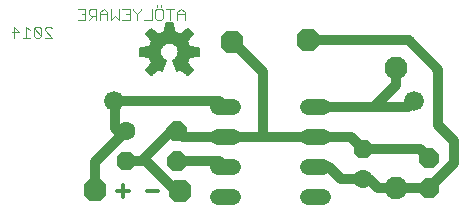
<source format=gbl>
G75*
%MOIN*%
%OFA0B0*%
%FSLAX25Y25*%
%IPPOS*%
%LPD*%
%AMOC8*
5,1,8,0,0,1.08239X$1,22.5*
%
%ADD10C,0.00300*%
%ADD11C,0.07600*%
%ADD12C,0.05200*%
%ADD13OC8,0.06600*%
%ADD14C,0.06600*%
%ADD15OC8,0.06300*%
%ADD16C,0.06300*%
%ADD17OC8,0.07600*%
%ADD18C,0.00591*%
%ADD19C,0.02000*%
%ADD20C,0.03200*%
%ADD21C,0.01200*%
D10*
X0062685Y0059450D02*
X0062685Y0063153D01*
X0064536Y0061302D01*
X0062067Y0061302D01*
X0066985Y0063153D02*
X0068219Y0061919D01*
X0069434Y0062536D02*
X0070051Y0063153D01*
X0071285Y0063153D01*
X0071902Y0062536D01*
X0071902Y0060067D01*
X0069434Y0062536D01*
X0069434Y0060067D01*
X0070051Y0059450D01*
X0071285Y0059450D01*
X0071902Y0060067D01*
X0073117Y0059450D02*
X0075586Y0059450D01*
X0073117Y0061919D01*
X0073117Y0062536D01*
X0073734Y0063153D01*
X0074968Y0063153D01*
X0075586Y0062536D01*
X0066985Y0063153D02*
X0066985Y0059450D01*
X0068219Y0059450D02*
X0065751Y0059450D01*
X0084166Y0065450D02*
X0086635Y0065450D01*
X0086635Y0069153D01*
X0084166Y0069153D01*
X0085401Y0067302D02*
X0086635Y0067302D01*
X0087849Y0067302D02*
X0088467Y0066684D01*
X0090318Y0066684D01*
X0090318Y0065450D02*
X0090318Y0069153D01*
X0088467Y0069153D01*
X0087849Y0068536D01*
X0087849Y0067302D01*
X0089084Y0066684D02*
X0087849Y0065450D01*
X0091533Y0065450D02*
X0091533Y0067919D01*
X0092767Y0069153D01*
X0094001Y0067919D01*
X0094001Y0065450D01*
X0095216Y0065450D02*
X0096450Y0066684D01*
X0097684Y0065450D01*
X0097684Y0069153D01*
X0098899Y0069153D02*
X0101368Y0069153D01*
X0101368Y0065450D01*
X0098899Y0065450D01*
X0095216Y0065450D02*
X0095216Y0069153D01*
X0094001Y0067302D02*
X0091533Y0067302D01*
X0100133Y0067302D02*
X0101368Y0067302D01*
X0102582Y0068536D02*
X0102582Y0069153D01*
X0102582Y0068536D02*
X0103816Y0067302D01*
X0103816Y0065450D01*
X0106265Y0065450D02*
X0108734Y0065450D01*
X0108734Y0069153D01*
X0109948Y0068536D02*
X0110565Y0069153D01*
X0111800Y0069153D01*
X0112417Y0068536D01*
X0112417Y0066067D01*
X0111800Y0065450D01*
X0110565Y0065450D01*
X0109948Y0066067D01*
X0109948Y0068536D01*
X0110565Y0069770D02*
X0110565Y0070388D01*
X0111800Y0070388D02*
X0111800Y0069770D01*
X0113631Y0069153D02*
X0116100Y0069153D01*
X0114866Y0069153D02*
X0114866Y0065450D01*
X0117315Y0065450D02*
X0117315Y0067919D01*
X0118549Y0069153D01*
X0119783Y0067919D01*
X0119783Y0065450D01*
X0119783Y0067302D02*
X0117315Y0067302D01*
X0105051Y0068536D02*
X0103816Y0067302D01*
X0105051Y0068536D02*
X0105051Y0069153D01*
D11*
X0190333Y0049300D03*
X0190333Y0009300D03*
D12*
X0165933Y0006300D02*
X0160733Y0006300D01*
X0135933Y0006300D02*
X0130733Y0006300D01*
X0130733Y0016300D02*
X0135933Y0016300D01*
X0160733Y0016300D02*
X0165933Y0016300D01*
X0165933Y0026300D02*
X0160733Y0026300D01*
X0135933Y0026300D02*
X0130733Y0026300D01*
X0130733Y0036300D02*
X0135933Y0036300D01*
X0160733Y0036300D02*
X0165933Y0036300D01*
D13*
X0117333Y0028300D03*
X0117333Y0018300D03*
X0201333Y0019300D03*
X0201333Y0009300D03*
D14*
X0196333Y0038300D03*
X0096333Y0038300D03*
D15*
X0100333Y0018300D03*
X0179333Y0022300D03*
D16*
X0179333Y0012300D03*
X0100333Y0028300D03*
D17*
X0089933Y0008800D03*
X0118233Y0008500D03*
X0135533Y0057900D03*
X0160833Y0058600D03*
D18*
X0124403Y0055900D02*
X0124403Y0053500D01*
X0121227Y0053178D01*
X0120885Y0052111D01*
X0120372Y0051114D01*
X0122389Y0048640D01*
X0120693Y0046944D01*
X0118219Y0048961D01*
X0117223Y0048448D01*
X0115810Y0051858D01*
X0116366Y0052159D01*
X0116849Y0052566D01*
X0117238Y0053064D01*
X0117517Y0053630D01*
X0117675Y0054242D01*
X0117704Y0054873D01*
X0117604Y0055496D01*
X0117379Y0056086D01*
X0117038Y0056618D01*
X0116596Y0057069D01*
X0116070Y0057420D01*
X0115485Y0057656D01*
X0114863Y0057767D01*
X0114232Y0057750D01*
X0113617Y0057603D01*
X0113046Y0057335D01*
X0112541Y0056955D01*
X0112125Y0056480D01*
X0111814Y0055930D01*
X0111622Y0055328D01*
X0111557Y0054700D01*
X0111616Y0054100D01*
X0111791Y0053523D01*
X0112076Y0052991D01*
X0112458Y0052525D01*
X0112924Y0052142D01*
X0113456Y0051858D01*
X0112044Y0048448D01*
X0111048Y0048961D01*
X0108573Y0046944D01*
X0106877Y0048640D01*
X0108895Y0051114D01*
X0108382Y0052111D01*
X0108040Y0053178D01*
X0104864Y0053500D01*
X0104864Y0055900D01*
X0108040Y0056222D01*
X0108382Y0057289D01*
X0108895Y0058286D01*
X0106877Y0060760D01*
X0108573Y0062456D01*
X0111048Y0060439D01*
X0112044Y0060952D01*
X0113111Y0061293D01*
X0113434Y0064469D01*
X0115833Y0064469D01*
X0116155Y0061293D01*
X0117223Y0060952D01*
X0118219Y0060439D01*
X0120693Y0062456D01*
X0122389Y0060760D01*
X0120372Y0058286D01*
X0120885Y0057289D01*
X0121227Y0056222D01*
X0124403Y0055900D01*
X0124403Y0055405D02*
X0117619Y0055405D01*
X0117702Y0054816D02*
X0124403Y0054816D01*
X0124403Y0054227D02*
X0117671Y0054227D01*
X0117519Y0053637D02*
X0124403Y0053637D01*
X0121185Y0053048D02*
X0117226Y0053048D01*
X0116722Y0052459D02*
X0120997Y0052459D01*
X0120761Y0051870D02*
X0115833Y0051870D01*
X0116050Y0051281D02*
X0120458Y0051281D01*
X0120716Y0050692D02*
X0116294Y0050692D01*
X0116538Y0050103D02*
X0121196Y0050103D01*
X0121677Y0049514D02*
X0116782Y0049514D01*
X0117026Y0048925D02*
X0118148Y0048925D01*
X0118264Y0048925D02*
X0122157Y0048925D01*
X0122085Y0048336D02*
X0118986Y0048336D01*
X0119709Y0047747D02*
X0121496Y0047747D01*
X0120907Y0047158D02*
X0120431Y0047158D01*
X0112729Y0050103D02*
X0108070Y0050103D01*
X0107590Y0049514D02*
X0112485Y0049514D01*
X0112241Y0048925D02*
X0111118Y0048925D01*
X0111003Y0048925D02*
X0107110Y0048925D01*
X0107182Y0048336D02*
X0110280Y0048336D01*
X0109558Y0047747D02*
X0107771Y0047747D01*
X0108360Y0047158D02*
X0108836Y0047158D01*
X0108551Y0050692D02*
X0112973Y0050692D01*
X0113217Y0051281D02*
X0108809Y0051281D01*
X0108505Y0051870D02*
X0113434Y0051870D01*
X0112538Y0052459D02*
X0108270Y0052459D01*
X0108081Y0053048D02*
X0112045Y0053048D01*
X0111757Y0053637D02*
X0104864Y0053637D01*
X0104864Y0054227D02*
X0111604Y0054227D01*
X0111569Y0054816D02*
X0104864Y0054816D01*
X0104864Y0055405D02*
X0111647Y0055405D01*
X0111850Y0055994D02*
X0105791Y0055994D01*
X0108155Y0056583D02*
X0112215Y0056583D01*
X0112830Y0057172D02*
X0108344Y0057172D01*
X0108624Y0057761D02*
X0114636Y0057761D01*
X0114899Y0057761D02*
X0120642Y0057761D01*
X0120424Y0058350D02*
X0108842Y0058350D01*
X0108362Y0058939D02*
X0120905Y0058939D01*
X0121385Y0059528D02*
X0107882Y0059528D01*
X0107401Y0060117D02*
X0121865Y0060117D01*
X0122346Y0060706D02*
X0118547Y0060706D01*
X0117699Y0060706D02*
X0111567Y0060706D01*
X0110719Y0060706D02*
X0106921Y0060706D01*
X0107413Y0061295D02*
X0109997Y0061295D01*
X0109274Y0061884D02*
X0108002Y0061884D01*
X0113111Y0061295D02*
X0116155Y0061295D01*
X0116095Y0061884D02*
X0113171Y0061884D01*
X0113231Y0062473D02*
X0116036Y0062473D01*
X0115976Y0063062D02*
X0113291Y0063062D01*
X0113351Y0063652D02*
X0115916Y0063652D01*
X0115856Y0064241D02*
X0113411Y0064241D01*
X0119270Y0061295D02*
X0121854Y0061295D01*
X0121265Y0061884D02*
X0119992Y0061884D01*
X0120923Y0057172D02*
X0116441Y0057172D01*
X0117061Y0056583D02*
X0121111Y0056583D01*
X0123475Y0055994D02*
X0117414Y0055994D01*
D19*
X0117333Y0029300D02*
X0116333Y0028300D01*
X0117333Y0028300D01*
X0117333Y0029300D01*
D20*
X0117333Y0028300D02*
X0119333Y0026300D01*
X0133333Y0026300D01*
X0145433Y0026300D01*
X0145733Y0026600D01*
X0145733Y0048000D01*
X0135833Y0057900D01*
X0135533Y0057900D01*
X0160833Y0058600D02*
X0194433Y0058600D01*
X0204233Y0048800D01*
X0204233Y0030400D01*
X0209633Y0025000D01*
X0209633Y0017600D01*
X0201333Y0009300D01*
X0190333Y0009300D01*
X0190233Y0009200D01*
X0184133Y0009200D01*
X0181033Y0012300D01*
X0179333Y0012300D01*
X0179233Y0012400D01*
X0171733Y0012400D01*
X0167833Y0016300D01*
X0163333Y0016300D01*
X0175333Y0026300D02*
X0179333Y0022300D01*
X0198333Y0022300D01*
X0201333Y0019300D01*
X0175333Y0026300D02*
X0163333Y0026300D01*
X0145433Y0026300D01*
X0116333Y0028300D02*
X0115233Y0028300D01*
X0106083Y0019150D01*
X0116733Y0008500D01*
X0118233Y0008500D01*
X0089933Y0008800D02*
X0089933Y0017900D01*
X0100333Y0028300D01*
X0097633Y0028300D01*
X0096533Y0029400D01*
X0096533Y0038100D01*
X0096333Y0038300D01*
X0131333Y0038300D01*
X0133333Y0036300D01*
X0163333Y0036300D02*
X0182833Y0036300D01*
X0190333Y0043800D01*
X0190333Y0049300D01*
X0196333Y0038300D02*
X0194333Y0036300D01*
X0182833Y0036300D01*
X0133333Y0016300D02*
X0131333Y0018300D01*
X0117333Y0018300D01*
X0106083Y0019150D02*
X0105433Y0018500D01*
X0100533Y0018500D01*
X0100333Y0018300D01*
D21*
X0099333Y0010300D02*
X0099333Y0006300D01*
X0097333Y0008300D02*
X0101333Y0008300D01*
X0107333Y0008300D02*
X0110833Y0008300D01*
M02*

</source>
